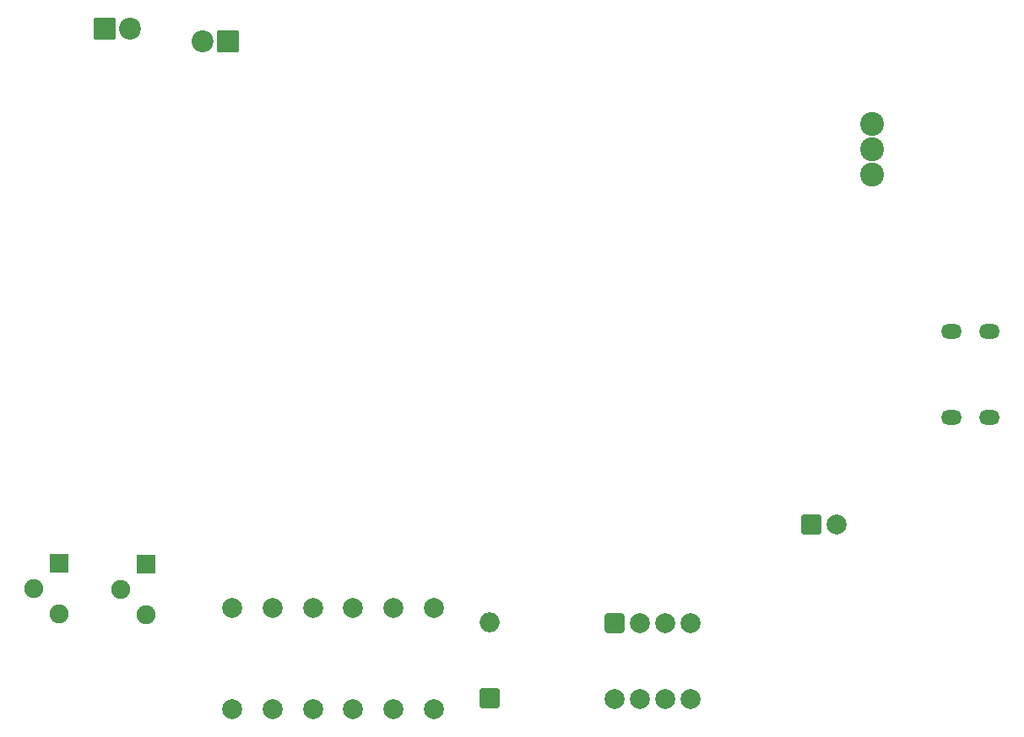
<source format=gbr>
%TF.GenerationSoftware,KiCad,Pcbnew,9.0.6*%
%TF.CreationDate,2026-01-09T14:19:34+01:00*%
%TF.ProjectId,Alligator,416c6c69-6761-4746-9f72-2e6b69636164,rev?*%
%TF.SameCoordinates,Original*%
%TF.FileFunction,Soldermask,Top*%
%TF.FilePolarity,Negative*%
%FSLAX46Y46*%
G04 Gerber Fmt 4.6, Leading zero omitted, Abs format (unit mm)*
G04 Created by KiCad (PCBNEW 9.0.6) date 2026-01-09 14:19:34*
%MOMM*%
%LPD*%
G01*
G04 APERTURE LIST*
G04 Aperture macros list*
%AMRoundRect*
0 Rectangle with rounded corners*
0 $1 Rounding radius*
0 $2 $3 $4 $5 $6 $7 $8 $9 X,Y pos of 4 corners*
0 Add a 4 corners polygon primitive as box body*
4,1,4,$2,$3,$4,$5,$6,$7,$8,$9,$2,$3,0*
0 Add four circle primitives for the rounded corners*
1,1,$1+$1,$2,$3*
1,1,$1+$1,$4,$5*
1,1,$1+$1,$6,$7*
1,1,$1+$1,$8,$9*
0 Add four rect primitives between the rounded corners*
20,1,$1+$1,$2,$3,$4,$5,0*
20,1,$1+$1,$4,$5,$6,$7,0*
20,1,$1+$1,$6,$7,$8,$9,0*
20,1,$1+$1,$8,$9,$2,$3,0*%
G04 Aperture macros list end*
%ADD10O,2.100000X1.500000*%
%ADD11RoundRect,0.200000X0.900000X0.900000X-0.900000X0.900000X-0.900000X-0.900000X0.900000X-0.900000X0*%
%ADD12C,2.200000*%
%ADD13RoundRect,0.200000X-0.900000X-0.900000X0.900000X-0.900000X0.900000X0.900000X-0.900000X0.900000X0*%
%ADD14C,2.400000*%
%ADD15RoundRect,0.312500X-0.687500X0.687500X-0.687500X-0.687500X0.687500X-0.687500X0.687500X0.687500X0*%
%ADD16C,2.000000*%
%ADD17RoundRect,0.200000X-0.750000X0.750000X-0.750000X-0.750000X0.750000X-0.750000X0.750000X0.750000X0*%
%ADD18C,1.900000*%
%ADD19RoundRect,0.200000X0.800000X-0.800000X0.800000X0.800000X-0.800000X0.800000X-0.800000X-0.800000X0*%
%ADD20O,2.000000X2.000000*%
%ADD21RoundRect,0.200000X-0.800000X-0.800000X0.800000X-0.800000X0.800000X0.800000X-0.800000X0.800000X0*%
G04 APERTURE END LIST*
D10*
%TO.C,REF\u002A\u002A*%
X201380000Y-85730000D03*
X205180000Y-85730000D03*
X201380000Y-94370000D03*
X205180000Y-94370000D03*
%TD*%
D11*
%TO.C,D2*%
X128800000Y-56600000D03*
D12*
X126260000Y-56600000D03*
%TD*%
D13*
%TO.C,D1*%
X116460000Y-55300000D03*
D12*
X119000000Y-55300000D03*
%TD*%
D14*
%TO.C,S1*%
X193400000Y-64900000D03*
X193400000Y-67440000D03*
X193400000Y-69980000D03*
%TD*%
D15*
%TO.C,U1*%
X167600000Y-115000000D03*
D16*
X170140000Y-115000000D03*
X172680000Y-115000000D03*
X175220000Y-115000000D03*
X175220000Y-122620000D03*
X172680000Y-122620000D03*
X170140000Y-122620000D03*
X167600000Y-122620000D03*
%TD*%
D17*
%TO.C,Q2*%
X120600000Y-109100000D03*
D18*
X118060000Y-111640000D03*
X120600000Y-114180000D03*
%TD*%
D16*
%TO.C,R3*%
X149450000Y-123660000D03*
X149450000Y-113500000D03*
%TD*%
%TO.C,R6*%
X137300000Y-123660000D03*
X137300000Y-113500000D03*
%TD*%
%TO.C,R8*%
X129200000Y-123660000D03*
X129200000Y-113500000D03*
%TD*%
D17*
%TO.C,Q1*%
X111857615Y-109000000D03*
D18*
X109317615Y-111540000D03*
X111857615Y-114080000D03*
%TD*%
D19*
%TO.C,D3*%
X155000000Y-122520000D03*
D20*
X155000000Y-114900000D03*
%TD*%
D16*
%TO.C,R5*%
X141350000Y-123660000D03*
X141350000Y-113500000D03*
%TD*%
%TO.C,R4*%
X145400000Y-123660000D03*
X145400000Y-113500000D03*
%TD*%
%TO.C,R7*%
X133250000Y-123660000D03*
X133250000Y-113500000D03*
%TD*%
D21*
%TO.C,C1*%
X187300000Y-105100000D03*
D16*
X189800000Y-105100000D03*
%TD*%
M02*

</source>
